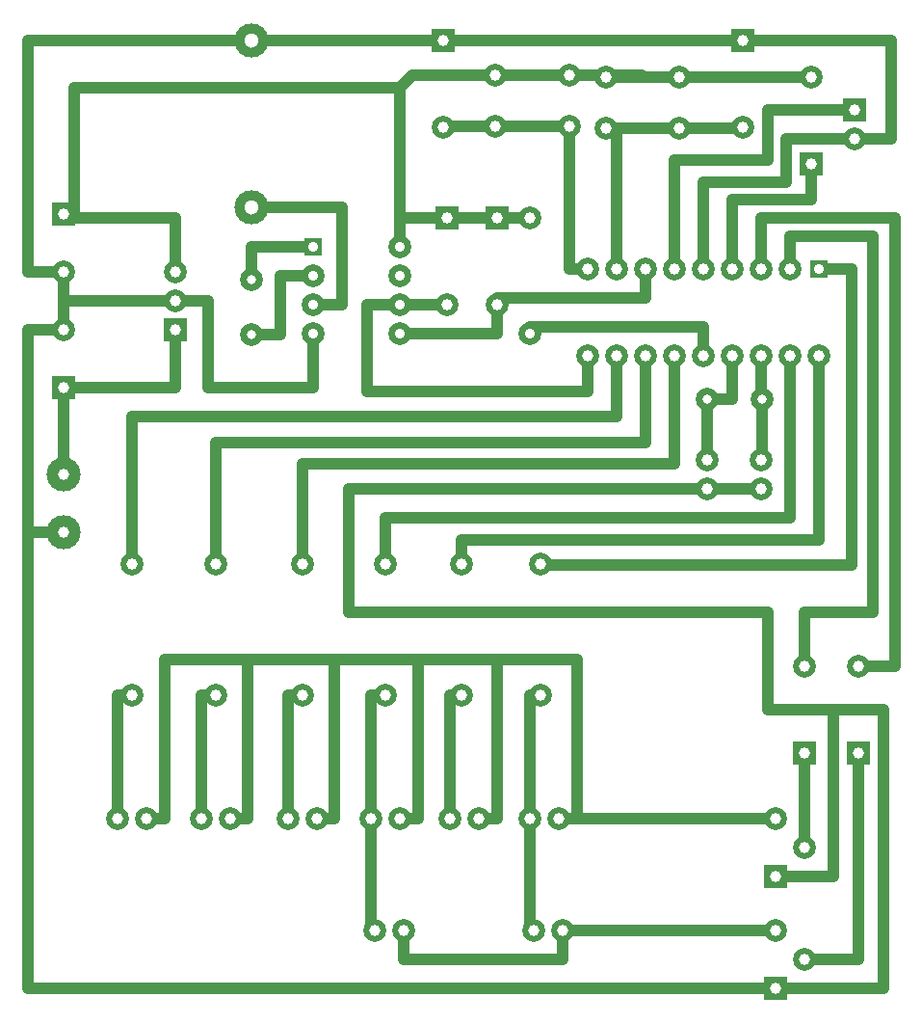
<source format=gbr>
G04 DipTrace 3.2.0.1*
G04 Bottom.gbr*
%MOIN*%
G04 #@! TF.FileFunction,Copper,L2,Bot*
G04 #@! TF.Part,Single*
%ADD14C,0.03937*%
%ADD22C,0.051181*%
%ADD23C,0.035433*%
%ADD24C,0.032008*%
G04 #@! TA.AperFunction,ComponentPad*
%ADD16C,0.11811*%
%ADD17C,0.07874*%
%ADD18R,0.07874X0.07874*%
%ADD19R,0.062992X0.062992*%
%ADD20C,0.07874*%
%ADD21R,0.059055X0.059055*%
%FSLAX26Y26*%
G04*
G70*
G90*
G75*
G01*
G04 Bottom*
%LPD*%
X-1050000Y1800000D2*
D14*
Y1900013D1*
Y2000000D1*
X-662500Y1900000D2*
X-1050000Y1900013D1*
X-187500Y1787500D2*
Y1600000D1*
X-550000D1*
Y1900000D1*
X-662500D1*
X-400000Y2800000D2*
X-1175000D1*
Y2000000D1*
X-1050000D1*
X1412500Y-475000D2*
X-1175000D1*
Y1800000D1*
X-1050000D1*
X1162500Y2012500D2*
Y2312500D1*
X1450000D1*
Y2462500D1*
X1687500D1*
X1812500D1*
Y2800000D1*
X1100382D1*
X250000D1*
X-400000D1*
X-1175000Y-475000D2*
Y1100000D1*
X-1050000D1*
X1412500Y-475000D2*
X1787500D1*
Y487500D1*
X1612500D1*
Y-87500D1*
X1412500D1*
X1687500Y2462500D2*
D3*
X262500Y2800000D2*
X250000D1*
X1300000D2*
X1100382D1*
X1175000Y1250000D2*
X-62500D1*
Y825000D1*
X1387500D1*
Y487500D1*
X1612500D1*
X1362500Y1250000D2*
X1175000D1*
X675000Y-275000D2*
X1412500D1*
X125000D2*
Y-375000D1*
X675000D1*
Y-275000D1*
X387500Y112500D2*
X450000D1*
Y662500D1*
X175000D1*
Y112500D1*
X112500D1*
X-175000D2*
X-112500D1*
Y662500D1*
X-412500D1*
Y112500D1*
X-475000D1*
X-412500Y662500D2*
X-700000D1*
Y112500D1*
X-762500D1*
X1412500D2*
X662500D1*
X450000Y662500D2*
X725000D1*
Y112500D1*
X662500D1*
X-112500Y662500D2*
X175000D1*
X600000Y537500D2*
X562500D1*
Y112500D1*
Y-275000D1*
X575000D1*
X1512500Y337500D2*
Y12500D1*
Y-375000D2*
X1700000D1*
Y337500D1*
X1512500Y637500D2*
Y825000D1*
X1750000D1*
Y2125000D1*
X1462500D1*
Y2012500D1*
X1362500D2*
Y2187500D1*
X1825000D1*
Y637500D1*
X1700000D1*
X325000Y537500D2*
X287500D1*
Y112500D1*
X62500Y537500D2*
X12500D1*
Y112500D1*
Y-275000D1*
X25000D1*
X1262500Y2012500D2*
Y2250000D1*
X1537500D1*
Y2375000D1*
X-1050000Y2200000D2*
Y2187500D1*
X-662500D1*
Y2000000D1*
X443749Y2681251D2*
X699655D1*
X950000D1*
Y2675000D1*
X825000D1*
X1080906D1*
X1337500D1*
X1537500D1*
X-662500Y2187500D2*
X-1012500D1*
Y2637500D1*
X112500D1*
X156251Y2681251D1*
X443749D1*
X112500Y2087500D2*
Y2187500D1*
Y2637500D1*
X275000Y2187500D2*
X112500D1*
X275000D2*
X450000D1*
X512500D1*
X562500D1*
Y1787500D2*
Y1812500D1*
X1162500D1*
Y1712500D1*
X1687500Y2562500D2*
X1387500D1*
Y2387500D1*
X1062500D1*
Y2012500D1*
X-662500Y1800000D2*
Y1600000D1*
X-1050000D1*
Y1300000D1*
X112500Y1887500D2*
X275000D1*
X762500Y1712500D2*
Y1587500D1*
X0D1*
Y1887500D1*
X112500D1*
X962500Y2012500D2*
Y1912500D1*
X450000D1*
Y1787500D1*
X112500D1*
X450000Y1887500D2*
Y1912500D1*
X-812500Y990256D2*
Y1500000D1*
X862500D1*
Y1712500D1*
X-525000Y990256D2*
Y1412500D1*
X962500D1*
Y1712500D1*
X-225000Y990256D2*
Y1337500D1*
X1062500D1*
Y1712500D1*
X1362500D2*
Y1565000D1*
X1365000Y1562500D1*
Y1352500D1*
X1362500Y1350000D1*
X1175000Y1562500D2*
X1262500D1*
Y1712500D1*
X1175000Y1562500D2*
Y1350000D1*
X1462500Y1712500D2*
Y1150000D1*
X62500D1*
Y990256D1*
X325000D2*
Y1075000D1*
X1562500D1*
Y1712500D1*
X600000Y990256D2*
Y987500D1*
X1675000D1*
Y2012500D1*
X1562500D1*
X-275000Y112500D2*
Y537500D1*
X-225000D1*
X-575000Y112500D2*
Y537500D1*
X-525000D1*
X-862500Y112500D2*
Y537500D1*
X-812500D1*
X825000Y2497835D2*
X1080906D1*
X862500Y2012500D2*
Y2497835D1*
X1080906D1*
X1297835D1*
X1300000Y2500000D1*
X699655Y2504085D2*
Y2012500D1*
X762500D1*
X443749Y2504085D2*
X699655D1*
X443749D2*
X266585D1*
X262500Y2500000D1*
X-187500Y2087500D2*
X-400000D1*
Y1975000D1*
X-187500Y1987500D2*
X-300000D1*
Y1785000D1*
X-400000D1*
X-187500Y1887500D2*
X-87500D1*
Y2225000D1*
X-400000D1*
D16*
Y2800000D3*
Y2225000D3*
D17*
X-1050000Y1800000D3*
D18*
Y1600000D3*
D17*
X1175000Y1250000D3*
Y1350000D3*
X1362500Y1250000D3*
Y1350000D3*
X-1050000Y2000000D3*
D18*
Y2200000D3*
D17*
X-862500Y112500D3*
X-762500D3*
X-575000D3*
X-475000D3*
X-275000D3*
X-175000D3*
X12500D3*
X112500D3*
X287500D3*
X387500D3*
X562500D3*
X662500D3*
X25000Y-275000D3*
X125000D3*
X575000D3*
X675000D3*
D19*
X1562500Y2012500D3*
D17*
X1462500D3*
X1362500D3*
X1262500D3*
X1162500D3*
X1062500D3*
X962500D3*
X862500D3*
X762500D3*
Y1712500D3*
X862500D3*
X962500D3*
X1062500D3*
X1162500D3*
X1262500D3*
X1362500D3*
X1462500D3*
X1562500D3*
D18*
X1687500Y2562500D3*
D20*
Y2462500D3*
D17*
X562500Y1787500D3*
Y2187500D3*
D16*
X-1050000Y1100000D3*
Y1300000D3*
D17*
X1412500Y-275000D3*
X1512500Y-375000D3*
D18*
X1412500Y-475000D3*
D17*
Y112500D3*
X1512500Y12500D3*
D18*
X1412500Y-87500D3*
D20*
X-812500Y537500D3*
Y990256D3*
X-525000Y537500D3*
Y990256D3*
X-225000Y537500D3*
Y990256D3*
D17*
X262500Y2500000D3*
D18*
Y2800000D3*
D17*
X1300000Y2500000D3*
D18*
Y2800000D3*
D20*
X62500Y537500D3*
Y990256D3*
X325000Y537500D3*
Y990256D3*
X600000Y537500D3*
Y990256D3*
D17*
X1537500Y2675000D3*
D18*
Y2375000D3*
D17*
X1512500Y637500D3*
D18*
Y337500D3*
D17*
X1700000Y637500D3*
D18*
Y337500D3*
D17*
X275000Y1887500D3*
D18*
Y2187500D3*
D17*
X450000Y1887500D3*
D18*
Y2187500D3*
D20*
X443749Y2681251D3*
Y2504085D3*
X699655D3*
Y2681251D3*
X825000Y2675000D3*
Y2497835D3*
X1080906D3*
Y2675000D3*
D21*
X-187500Y2087500D3*
D20*
Y1987500D3*
Y1887500D3*
Y1787500D3*
X112500D3*
Y1887500D3*
Y1987500D3*
Y2087500D3*
D18*
X-662500Y1800000D3*
D20*
Y1900000D3*
Y2000000D3*
X1175000Y1562500D3*
X1365000D3*
X-400000Y1975000D3*
Y1785000D3*
G04 Bottom Clear*
%LPC*%
D22*
Y2800000D3*
Y2225000D3*
D14*
X-1050000Y1800000D3*
Y1600000D3*
X1175000Y1250000D3*
Y1350000D3*
X1362500Y1250000D3*
Y1350000D3*
X-1050000Y2000000D3*
Y2200000D3*
X-862500Y112500D3*
X-762500D3*
X-575000D3*
X-475000D3*
X-275000D3*
X-175000D3*
X12500D3*
X112500D3*
X287500D3*
X387500D3*
X562500D3*
X662500D3*
X25000Y-275000D3*
X125000D3*
X575000D3*
X675000D3*
D23*
X1562500Y2012500D3*
D14*
X1462500D3*
X1362500D3*
X1262500D3*
X1162500D3*
X1062500D3*
X962500D3*
X862500D3*
X762500D3*
Y1712500D3*
X862500D3*
X962500D3*
X1062500D3*
X1162500D3*
X1262500D3*
X1362500D3*
X1462500D3*
X1562500D3*
X1687500Y2562500D3*
Y2462500D3*
D23*
X562500Y1787500D3*
D14*
Y2187500D3*
X-1050000Y1100000D3*
Y1300000D3*
X1412500Y-275000D3*
X1512500Y-375000D3*
X1412500Y-475000D3*
Y112500D3*
X1512500Y12500D3*
X1412500Y-87500D3*
X-812500Y537500D3*
Y990256D3*
X-525000Y537500D3*
Y990256D3*
X-225000Y537500D3*
Y990256D3*
X262500Y2500000D3*
Y2800000D3*
X1300000Y2500000D3*
Y2800000D3*
X62500Y537500D3*
Y990256D3*
X325000Y537500D3*
Y990256D3*
X600000Y537500D3*
Y990256D3*
X1537500Y2675000D3*
Y2375000D3*
X1512500Y637500D3*
Y337500D3*
X1700000Y637500D3*
Y337500D3*
X275000Y1887500D3*
Y2187500D3*
X450000Y1887500D3*
Y2187500D3*
X443749Y2681251D3*
Y2504085D3*
X699655D3*
Y2681251D3*
X825000Y2675000D3*
Y2497835D3*
X1080906D3*
Y2675000D3*
D23*
X-187500Y2087500D3*
Y1987500D3*
Y1887500D3*
Y1787500D3*
X112500D3*
Y1887500D3*
Y1987500D3*
Y2087500D3*
D14*
X-662500Y1800000D3*
Y1900000D3*
Y2000000D3*
D24*
X1175000Y1562500D3*
X1365000D3*
X-400000Y1975000D3*
Y1785000D3*
M02*

</source>
